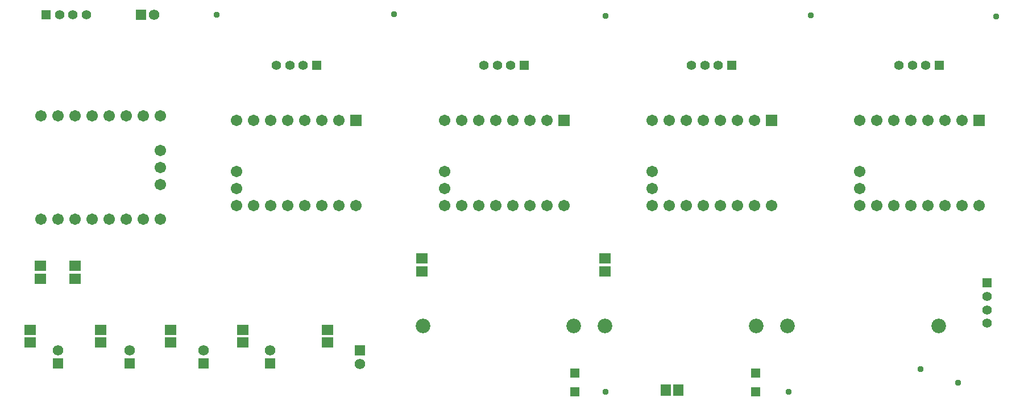
<source format=gbs>
G04 EAGLE Gerber RS-274X export*
G75*
%MOMM*%
%FSLAX34Y34*%
%LPD*%
%INSoldermask Bottom*%
%IPPOS*%
%AMOC8*
5,1,8,0,0,1.08239X$1,22.5*%
G01*
%ADD10C,2.183200*%
%ADD11R,1.571200X1.571200*%
%ADD12C,1.571200*%
%ADD13R,1.411200X1.411200*%
%ADD14C,1.411200*%
%ADD15C,1.711200*%
%ADD16R,1.711200X1.711200*%
%ADD17R,1.703200X1.503200*%
%ADD18R,1.403200X1.403200*%
%ADD19R,1.503200X1.703200*%
%ADD20C,0.959600*%


D10*
X1159900Y131000D03*
X1384900Y131000D03*
X616900Y131000D03*
X841900Y131000D03*
D11*
X523086Y94150D03*
D12*
X523086Y74150D03*
D13*
X1386100Y519500D03*
D14*
X1366100Y519500D03*
X1346100Y519500D03*
X1326100Y519500D03*
D15*
X1445000Y310500D03*
X1419600Y310500D03*
X1394200Y310500D03*
X1368800Y310500D03*
X1343400Y310500D03*
X1318000Y310500D03*
X1292600Y310500D03*
X1267200Y310500D03*
D16*
X1445000Y437500D03*
D15*
X1419600Y437500D03*
X1394200Y437500D03*
X1368800Y437500D03*
X1343400Y437500D03*
X1318000Y437500D03*
X1292600Y437500D03*
X1267200Y437500D03*
X1267200Y335900D03*
X1267200Y361300D03*
X1135933Y310500D03*
X1110533Y310500D03*
X1085133Y310500D03*
X1059733Y310500D03*
X1034333Y310500D03*
X1008933Y310500D03*
X983533Y310500D03*
X958133Y310500D03*
D16*
X1135933Y437500D03*
D15*
X1110533Y437500D03*
X1085133Y437500D03*
X1059733Y437500D03*
X1034333Y437500D03*
X1008933Y437500D03*
X983533Y437500D03*
X958133Y437500D03*
X958133Y335900D03*
X958133Y361300D03*
X826867Y310500D03*
X801467Y310500D03*
X776067Y310500D03*
X750667Y310500D03*
X725267Y310500D03*
X699867Y310500D03*
X674467Y310500D03*
X649067Y310500D03*
D16*
X826867Y437500D03*
D15*
X801467Y437500D03*
X776067Y437500D03*
X750667Y437500D03*
X725267Y437500D03*
X699867Y437500D03*
X674467Y437500D03*
X649067Y437500D03*
X649067Y335900D03*
X649067Y361300D03*
X517800Y310500D03*
X492400Y310500D03*
X467000Y310500D03*
X441600Y310500D03*
X416200Y310500D03*
X390800Y310500D03*
X365400Y310500D03*
X340000Y310500D03*
D16*
X517800Y437500D03*
D15*
X492400Y437500D03*
X467000Y437500D03*
X441600Y437500D03*
X416200Y437500D03*
X390800Y437500D03*
X365400Y437500D03*
X340000Y437500D03*
X340000Y335900D03*
X340000Y361300D03*
D13*
X1457000Y194900D03*
D14*
X1457000Y174900D03*
X1457000Y154900D03*
X1457000Y134900D03*
D17*
X349207Y105985D03*
X349207Y124985D03*
X241207Y105985D03*
X241207Y124985D03*
X137207Y105985D03*
X137207Y124985D03*
X32207Y105985D03*
X32207Y124985D03*
X474793Y105985D03*
X474793Y124985D03*
X47400Y220400D03*
X47400Y201400D03*
D11*
X389671Y74850D03*
D12*
X389671Y94850D03*
D11*
X290679Y74850D03*
D12*
X290679Y94850D03*
D11*
X180757Y74850D03*
D12*
X180757Y94850D03*
D11*
X73836Y74850D03*
D12*
X73836Y94850D03*
D13*
X55900Y594900D03*
D14*
X75900Y594900D03*
X95900Y594900D03*
X115900Y594900D03*
D11*
X197000Y594900D03*
D12*
X217000Y594900D03*
D15*
X48100Y443900D03*
X73500Y443900D03*
X98900Y443900D03*
X124300Y443900D03*
X149700Y443900D03*
X175100Y443900D03*
X200500Y443900D03*
X225900Y443900D03*
X225900Y392500D03*
X225900Y367100D03*
X225900Y341700D03*
X48100Y290300D03*
X73500Y290300D03*
X98900Y290300D03*
X124300Y290300D03*
X149700Y290300D03*
X175100Y290300D03*
X200500Y290300D03*
X225900Y290300D03*
D10*
X888400Y131000D03*
X1113400Y131000D03*
D17*
X888000Y212500D03*
X888000Y231500D03*
X616000Y212500D03*
X616000Y231500D03*
X99000Y220400D03*
X99000Y201400D03*
D18*
X1113000Y61000D03*
X1113000Y33000D03*
X843000Y61000D03*
X843000Y33000D03*
D13*
X1077033Y519500D03*
D14*
X1057033Y519500D03*
X1037033Y519500D03*
X1017033Y519500D03*
D13*
X767967Y519500D03*
D14*
X747967Y519500D03*
X727967Y519500D03*
X707967Y519500D03*
D13*
X458900Y519500D03*
D14*
X438900Y519500D03*
X418900Y519500D03*
X398900Y519500D03*
D19*
X978500Y35000D03*
X997500Y35000D03*
D20*
X889000Y32500D03*
X1162000Y32500D03*
X1414000Y46000D03*
X310000Y595000D03*
X574000Y596000D03*
X889000Y593000D03*
X1195000Y594000D03*
X1471000Y592000D03*
X1358000Y67000D03*
M02*

</source>
